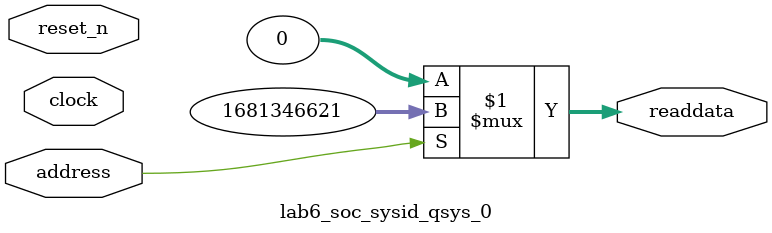
<source format=v>



// synthesis translate_off
`timescale 1ns / 1ps
// synthesis translate_on

// turn off superfluous verilog processor warnings 
// altera message_level Level1 
// altera message_off 10034 10035 10036 10037 10230 10240 10030 

module lab6_soc_sysid_qsys_0 (
               // inputs:
                address,
                clock,
                reset_n,

               // outputs:
                readdata
             )
;

  output  [ 31: 0] readdata;
  input            address;
  input            clock;
  input            reset_n;

  wire    [ 31: 0] readdata;
  //control_slave, which is an e_avalon_slave
  assign readdata = address ? 1681346621 : 0;

endmodule



</source>
